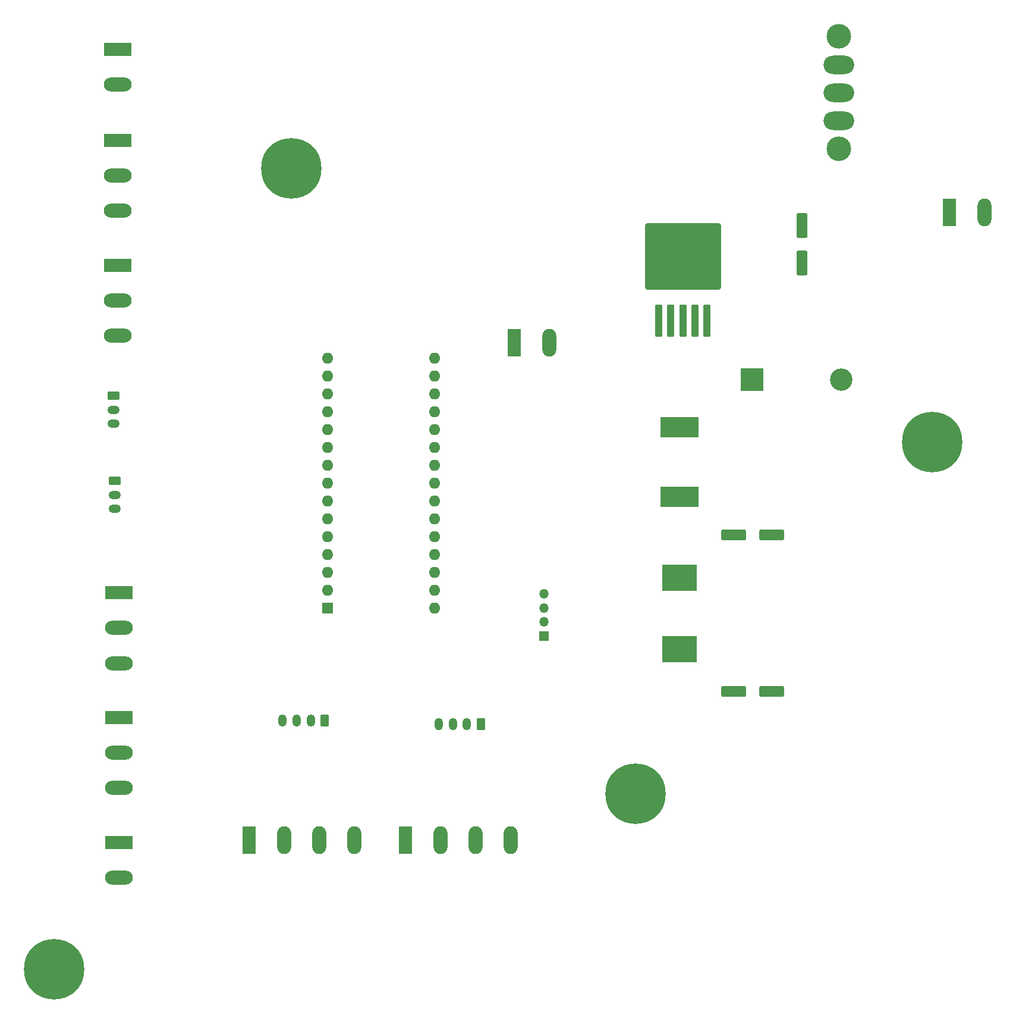
<source format=gbr>
%TF.GenerationSoftware,KiCad,Pcbnew,7.0.7-7.0.7~ubuntu22.04.1*%
%TF.CreationDate,2023-09-15T11:32:12-06:00*%
%TF.ProjectId,stepper_microscope_stage,73746570-7065-4725-9f6d-6963726f7363,1.1*%
%TF.SameCoordinates,Original*%
%TF.FileFunction,Soldermask,Bot*%
%TF.FilePolarity,Negative*%
%FSLAX46Y46*%
G04 Gerber Fmt 4.6, Leading zero omitted, Abs format (unit mm)*
G04 Created by KiCad (PCBNEW 7.0.7-7.0.7~ubuntu22.04.1) date 2023-09-15 11:32:12*
%MOMM*%
%LPD*%
G01*
G04 APERTURE LIST*
G04 Aperture macros list*
%AMRoundRect*
0 Rectangle with rounded corners*
0 $1 Rounding radius*
0 $2 $3 $4 $5 $6 $7 $8 $9 X,Y pos of 4 corners*
0 Add a 4 corners polygon primitive as box body*
4,1,4,$2,$3,$4,$5,$6,$7,$8,$9,$2,$3,0*
0 Add four circle primitives for the rounded corners*
1,1,$1+$1,$2,$3*
1,1,$1+$1,$4,$5*
1,1,$1+$1,$6,$7*
1,1,$1+$1,$8,$9*
0 Add four rect primitives between the rounded corners*
20,1,$1+$1,$2,$3,$4,$5,0*
20,1,$1+$1,$4,$5,$6,$7,0*
20,1,$1+$1,$6,$7,$8,$9,0*
20,1,$1+$1,$8,$9,$2,$3,0*%
G04 Aperture macros list end*
%ADD10C,8.600000*%
%ADD11C,3.500000*%
%ADD12O,4.375000X2.625000*%
%ADD13RoundRect,0.250000X-1.500000X-0.550000X1.500000X-0.550000X1.500000X0.550000X-1.500000X0.550000X0*%
%ADD14R,1.980000X3.960000*%
%ADD15O,1.980000X3.960000*%
%ADD16RoundRect,0.250000X-0.625000X0.350000X-0.625000X-0.350000X0.625000X-0.350000X0.625000X0.350000X0*%
%ADD17O,1.750000X1.200000*%
%ADD18R,1.350000X1.350000*%
%ADD19O,1.350000X1.350000*%
%ADD20RoundRect,0.250000X0.350000X0.625000X-0.350000X0.625000X-0.350000X-0.625000X0.350000X-0.625000X0*%
%ADD21O,1.200000X1.750000*%
%ADD22R,3.960000X1.980000*%
%ADD23O,3.960000X1.980000*%
%ADD24RoundRect,0.250000X0.300000X-2.050000X0.300000X2.050000X-0.300000X2.050000X-0.300000X-2.050000X0*%
%ADD25RoundRect,0.250002X5.149998X-4.449998X5.149998X4.449998X-5.149998X4.449998X-5.149998X-4.449998X0*%
%ADD26R,5.400000X2.900000*%
%ADD27R,3.200000X3.200000*%
%ADD28O,3.200000X3.200000*%
%ADD29R,1.600000X1.600000*%
%ADD30O,1.600000X1.600000*%
%ADD31R,5.000000X3.850000*%
%ADD32RoundRect,0.250000X-0.550000X1.500000X-0.550000X-1.500000X0.550000X-1.500000X0.550000X1.500000X0*%
G04 APERTURE END LIST*
D10*
%TO.C,H4*%
X60750000Y-166250000D03*
%TD*%
%TO.C,H3*%
X143500000Y-141250000D03*
%TD*%
%TO.C,H2*%
X94500000Y-52250000D03*
%TD*%
%TO.C,H1*%
X185750000Y-91250000D03*
%TD*%
D11*
%TO.C,SW1*%
X172500000Y-49500000D03*
X172500000Y-33500000D03*
D12*
X172500000Y-45500000D03*
X172500000Y-41500000D03*
X172500000Y-37500000D03*
%TD*%
D13*
%TO.C,C3*%
X157500000Y-126722144D03*
X162900000Y-126722144D03*
%TD*%
D14*
%TO.C,J2*%
X110750000Y-147860000D03*
D15*
X115750000Y-147860000D03*
X120750000Y-147860000D03*
X125750000Y-147860000D03*
%TD*%
D16*
%TO.C,LIMIT2*%
X69350816Y-96717144D03*
D17*
X69350816Y-98717144D03*
X69350816Y-100717144D03*
%TD*%
D18*
%TO.C,J1*%
X130500000Y-118822144D03*
D19*
X130500000Y-116822144D03*
X130500000Y-114822144D03*
X130500000Y-112822144D03*
%TD*%
D20*
%TO.C,J5*%
X99260000Y-130810000D03*
D21*
X97260000Y-130810000D03*
X95260000Y-130810000D03*
X93260000Y-130810000D03*
%TD*%
D22*
%TO.C,STEPSIGGND2*%
X69910816Y-130422144D03*
D23*
X69910816Y-135422144D03*
X69910816Y-140422144D03*
%TD*%
D22*
%TO.C,STEPSIG1*%
X69750000Y-48322144D03*
D23*
X69750000Y-53322144D03*
X69750000Y-58322144D03*
%TD*%
D24*
%TO.C,TL2575*%
X153650000Y-73972144D03*
X151950000Y-73972144D03*
X150250000Y-73972144D03*
D25*
X150250000Y-64822144D03*
D24*
X148550000Y-73972144D03*
X146850000Y-73972144D03*
%TD*%
D22*
%TO.C,STEPGND1*%
X69900816Y-148202144D03*
D23*
X69900816Y-153202144D03*
%TD*%
D22*
%TO.C,STEPSIGGND1*%
X69910816Y-112672144D03*
D23*
X69910816Y-117672144D03*
X69910816Y-122672144D03*
%TD*%
D16*
%TO.C,LIMIT1*%
X69190000Y-84617144D03*
D17*
X69190000Y-86617144D03*
X69190000Y-88617144D03*
%TD*%
D26*
%TO.C,L1*%
X149750000Y-89122144D03*
X149750000Y-99022144D03*
%TD*%
D22*
%TO.C,STEPPWR1*%
X69740000Y-35352144D03*
D23*
X69740000Y-40352144D03*
%TD*%
D27*
%TO.C,D1*%
X160150000Y-82322144D03*
D28*
X172850000Y-82322144D03*
%TD*%
D29*
%TO.C,A1*%
X99640000Y-114872144D03*
D30*
X99640000Y-112332144D03*
X99640000Y-109792144D03*
X99640000Y-107252144D03*
X99640000Y-104712144D03*
X99640000Y-102172144D03*
X99640000Y-99632144D03*
X99640000Y-97092144D03*
X99640000Y-94552144D03*
X99640000Y-92012144D03*
X99640000Y-89472144D03*
X99640000Y-86932144D03*
X99640000Y-84392144D03*
X99640000Y-81852144D03*
X99640000Y-79312144D03*
X114880000Y-79312144D03*
X114880000Y-81852144D03*
X114880000Y-84392144D03*
X114880000Y-86932144D03*
X114880000Y-89472144D03*
X114880000Y-92012144D03*
X114880000Y-94552144D03*
X114880000Y-97092144D03*
X114880000Y-99632144D03*
X114880000Y-102172144D03*
X114880000Y-104712144D03*
X114880000Y-107252144D03*
X114880000Y-109792144D03*
X114880000Y-112332144D03*
X114880000Y-114872144D03*
%TD*%
D14*
%TO.C,JOYIN1*%
X126220000Y-77072144D03*
D15*
X131220000Y-77072144D03*
%TD*%
D31*
%TO.C,L2*%
X149750000Y-110497144D03*
X149750000Y-120647144D03*
%TD*%
D32*
%TO.C,C1*%
X167250000Y-60372144D03*
X167250000Y-65772144D03*
%TD*%
D22*
%TO.C,STEPSIG2*%
X69750000Y-66072144D03*
D23*
X69750000Y-71072144D03*
X69750000Y-76072144D03*
%TD*%
D14*
%TO.C,J3*%
X88500000Y-147860000D03*
D15*
X93500000Y-147860000D03*
X98500000Y-147860000D03*
X103500000Y-147860000D03*
%TD*%
D13*
%TO.C,C2*%
X157500000Y-104422144D03*
X162900000Y-104422144D03*
%TD*%
D20*
%TO.C,J4*%
X121510000Y-131310000D03*
D21*
X119510000Y-131310000D03*
X117510000Y-131310000D03*
X115510000Y-131310000D03*
%TD*%
D14*
%TO.C,VIN1*%
X188250000Y-58572144D03*
D15*
X193250000Y-58572144D03*
%TD*%
M02*

</source>
